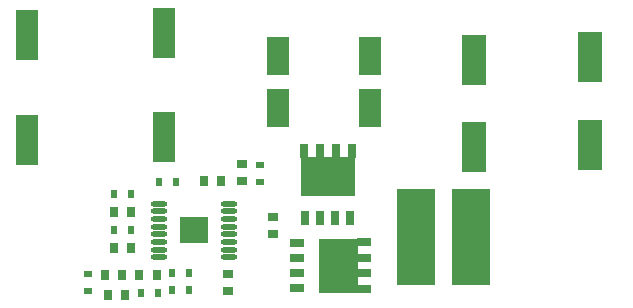
<source format=gtp>
G04 Layer_Color=8421504*
%FSTAX44Y44*%
%MOMM*%
G71*
G01*
G75*
G04:AMPARAMS|DCode=10|XSize=0.85mm|YSize=0.6mm|CornerRadius=0.003mm|HoleSize=0mm|Usage=FLASHONLY|Rotation=90.000|XOffset=0mm|YOffset=0mm|HoleType=Round|Shape=RoundedRectangle|*
%AMROUNDEDRECTD10*
21,1,0.8500,0.5940,0,0,90.0*
21,1,0.8440,0.6000,0,0,90.0*
1,1,0.0060,0.2970,0.4220*
1,1,0.0060,0.2970,-0.4220*
1,1,0.0060,-0.2970,-0.4220*
1,1,0.0060,-0.2970,0.4220*
%
%ADD10ROUNDEDRECTD10*%
G04:AMPARAMS|DCode=11|XSize=0.85mm|YSize=0.6mm|CornerRadius=0.003mm|HoleSize=0mm|Usage=FLASHONLY|Rotation=180.000|XOffset=0mm|YOffset=0mm|HoleType=Round|Shape=RoundedRectangle|*
%AMROUNDEDRECTD11*
21,1,0.8500,0.5940,0,0,180.0*
21,1,0.8440,0.6000,0,0,180.0*
1,1,0.0060,-0.4220,0.2970*
1,1,0.0060,0.4220,0.2970*
1,1,0.0060,0.4220,-0.2970*
1,1,0.0060,-0.4220,-0.2970*
%
%ADD11ROUNDEDRECTD11*%
%ADD12R,1.8500X3.2500*%
%ADD13R,1.9500X4.2500*%
G04:AMPARAMS|DCode=14|XSize=2.1mm|YSize=4.2mm|CornerRadius=0.0105mm|HoleSize=0mm|Usage=FLASHONLY|Rotation=180.000|XOffset=0mm|YOffset=0mm|HoleType=Round|Shape=RoundedRectangle|*
%AMROUNDEDRECTD14*
21,1,2.1000,4.1790,0,0,180.0*
21,1,2.0790,4.2000,0,0,180.0*
1,1,0.0210,-1.0395,2.0895*
1,1,0.0210,1.0395,2.0895*
1,1,0.0210,1.0395,-2.0895*
1,1,0.0210,-1.0395,-2.0895*
%
%ADD14ROUNDEDRECTD14*%
G04:AMPARAMS|DCode=15|XSize=8.2mm|YSize=3.3mm|CornerRadius=0.0165mm|HoleSize=0mm|Usage=FLASHONLY|Rotation=90.000|XOffset=0mm|YOffset=0mm|HoleType=Round|Shape=RoundedRectangle|*
%AMROUNDEDRECTD15*
21,1,8.2000,3.2670,0,0,90.0*
21,1,8.1670,3.3000,0,0,90.0*
1,1,0.0330,1.6335,4.0835*
1,1,0.0330,1.6335,-4.0835*
1,1,0.0330,-1.6335,-4.0835*
1,1,0.0330,-1.6335,4.0835*
%
%ADD15ROUNDEDRECTD15*%
%ADD16R,0.6500X1.2000*%
%ADD17R,1.2000X0.6500*%
G04:AMPARAMS|DCode=18|XSize=0.75mm|YSize=0.55mm|CornerRadius=0.0028mm|HoleSize=0mm|Usage=FLASHONLY|Rotation=90.000|XOffset=0mm|YOffset=0mm|HoleType=Round|Shape=RoundedRectangle|*
%AMROUNDEDRECTD18*
21,1,0.7500,0.5445,0,0,90.0*
21,1,0.7445,0.5500,0,0,90.0*
1,1,0.0055,0.2722,0.3723*
1,1,0.0055,0.2722,-0.3723*
1,1,0.0055,-0.2722,-0.3723*
1,1,0.0055,-0.2722,0.3723*
%
%ADD18ROUNDEDRECTD18*%
G04:AMPARAMS|DCode=19|XSize=0.75mm|YSize=0.55mm|CornerRadius=0.0028mm|HoleSize=0mm|Usage=FLASHONLY|Rotation=0.000|XOffset=0mm|YOffset=0mm|HoleType=Round|Shape=RoundedRectangle|*
%AMROUNDEDRECTD19*
21,1,0.7500,0.5445,0,0,0.0*
21,1,0.7445,0.5500,0,0,0.0*
1,1,0.0055,0.3723,-0.2722*
1,1,0.0055,-0.3723,-0.2722*
1,1,0.0055,-0.3723,0.2722*
1,1,0.0055,0.3723,0.2722*
%
%ADD19ROUNDEDRECTD19*%
%ADD20R,2.4600X2.3100*%
%ADD21O,1.4000X0.4500*%
G36*
X0699686Y0848834D02*
X0695114D01*
X0695114Y0852136D01*
X0699686D01*
X0699686Y0848834D01*
D02*
G37*
G36*
X0699911Y08452397D02*
Y08406677D01*
X0696609Y08406677D01*
Y08452397D01*
X0699911Y08452397D01*
D02*
G37*
D10*
X0680725Y08444885D02*
D03*
X0679275D02*
D03*
X0680725Y08475115D02*
D03*
X0679275D02*
D03*
X06802516Y08405082D02*
D03*
X06788016D02*
D03*
X06799722Y08421595D02*
D03*
X06785222D02*
D03*
X068835Y08501151D02*
D03*
X06869D02*
D03*
X06814434Y08421595D02*
D03*
X06828934D02*
D03*
D11*
X06901235Y085155D02*
D03*
Y08501D02*
D03*
X06927302Y08471038D02*
D03*
Y08456537D02*
D03*
X068895Y08422495D02*
D03*
Y08407995D02*
D03*
D12*
X06932Y08606793D02*
D03*
Y08562792D02*
D03*
X07010043Y08606793D02*
D03*
Y08562792D02*
D03*
D13*
X06718915Y08624575D02*
D03*
Y08536074D02*
D03*
X06834957Y08626884D02*
D03*
Y08538384D02*
D03*
D14*
X07098085Y08604D02*
D03*
Y0853D02*
D03*
X07196127Y08605873D02*
D03*
Y08531873D02*
D03*
D15*
X07095213Y08454127D02*
D03*
X07048213D02*
D03*
D16*
X06953934Y0852644D02*
D03*
X06967396D02*
D03*
X06980604D02*
D03*
X06994066D02*
D03*
X0699305Y0847025D02*
D03*
X0698035D02*
D03*
X0696765D02*
D03*
X0695495D02*
D03*
D17*
X0700419Y08449603D02*
D03*
Y08436141D02*
D03*
Y08422933D02*
D03*
Y08409471D02*
D03*
X06948Y08410487D02*
D03*
Y08423187D02*
D03*
Y08435887D02*
D03*
Y08448587D02*
D03*
D18*
X0680725Y0846D02*
D03*
X0679275D02*
D03*
X0680725Y08490231D02*
D03*
X0679275D02*
D03*
X06831Y08500503D02*
D03*
X068455D02*
D03*
X06815831Y08406479D02*
D03*
X06830331D02*
D03*
X0685675Y08409274D02*
D03*
X0684225D02*
D03*
Y08422992D02*
D03*
X0685675D02*
D03*
D19*
X06916351Y085005D02*
D03*
Y08515D02*
D03*
X06771006Y08422377D02*
D03*
Y08407877D02*
D03*
D20*
X068605Y08459373D02*
D03*
D21*
X0689Y08436622D02*
D03*
Y08443123D02*
D03*
Y08449622D02*
D03*
Y08456122D02*
D03*
Y08462623D02*
D03*
Y08469122D02*
D03*
Y08475623D02*
D03*
Y08482123D02*
D03*
X06831Y08436622D02*
D03*
Y08443123D02*
D03*
Y08449622D02*
D03*
Y08456122D02*
D03*
Y08462623D02*
D03*
Y08469122D02*
D03*
Y08475623D02*
D03*
Y08482123D02*
D03*
M02*

</source>
